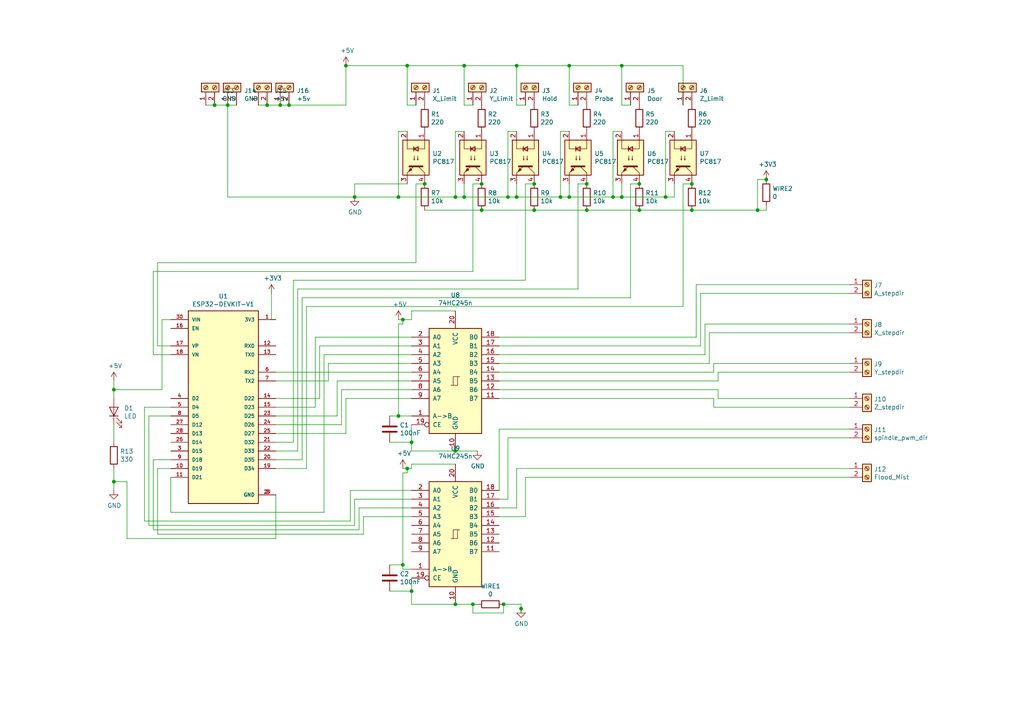
<source format=kicad_sch>
(kicad_sch (version 20230121) (generator eeschema)
  (paper "A4")
  (lib_symbols
    (symbol "ESP32-DEVKIT-V1:ESP32-DEVKIT-V1" (pin_names (offset 1.016))
      (property "Reference" "U" (at -10.16 30.48 0))
      (property "Value" "ESP32-DEVKIT-V1" (at -10.16 -30.48 0))
      (symbol "ESP32-DEVKIT-V1_0_0"
        (rectangle (start -10.16 -27.94) (end 10.16 27.94) (stroke (width 0.254)) (fill (type background)))
        (pin output line (at 15.24 25.4 180) (length 5.08) (name "3V3") (number "1"))
        (pin bidirectional line (at -15.24 -17.78 0) (length 5.08) (name "D19") (number "10"))
        (pin bidirectional line (at -15.24 -20.32 0) (length 5.08) (name "D21") (number "11"))
        (pin input line (at 15.24 17.78 180) (length 5.08) (name "RX0") (number "12"))
        (pin output line (at 15.24 15.24 180) (length 5.08) (name "TX0") (number "13"))
        (pin bidirectional line (at 15.24 2.54 180) (length 5.08) (name "D22") (number "14"))
        (pin bidirectional line (at 15.24 0 180) (length 5.08) (name "D23") (number "15"))
        (pin input line (at -15.24 22.86 0) (length 5.08) (name "EN") (number "16"))
        (pin bidirectional line (at -15.24 17.78 0) (length 5.08) (name "VP") (number "17"))
        (pin bidirectional line (at -15.24 15.24 0) (length 5.08) (name "VN") (number "18"))
        (pin bidirectional line (at 15.24 -17.78 180) (length 5.08) (name "D34") (number "19"))
        (pin power_in line (at 15.24 -25.4 180) (length 5.08) (name "GND") (number "2"))
        (pin bidirectional line (at 15.24 -15.24 180) (length 5.08) (name "D35") (number "20"))
        (pin bidirectional line (at 15.24 -10.16 180) (length 5.08) (name "D32") (number "21"))
        (pin bidirectional line (at 15.24 -12.7 180) (length 5.08) (name "D33") (number "22"))
        (pin bidirectional line (at 15.24 -2.54 180) (length 5.08) (name "D25") (number "23"))
        (pin bidirectional line (at 15.24 -5.08 180) (length 5.08) (name "D26") (number "24"))
        (pin bidirectional line (at 15.24 -7.62 180) (length 5.08) (name "D27") (number "25"))
        (pin bidirectional line (at -15.24 -10.16 0) (length 5.08) (name "D14") (number "26"))
        (pin bidirectional line (at -15.24 -5.08 0) (length 5.08) (name "D12") (number "27"))
        (pin bidirectional line (at -15.24 -7.62 0) (length 5.08) (name "D13") (number "28"))
        (pin power_in line (at 15.24 -25.4 180) (length 5.08) (name "GND") (number "29"))
        (pin bidirectional line (at -15.24 -12.7 0) (length 5.08) (name "D15") (number "3"))
        (pin input line (at -15.24 25.4 0) (length 5.08) (name "VIN") (number "30"))
        (pin bidirectional line (at -15.24 2.54 0) (length 5.08) (name "D2") (number "4"))
        (pin bidirectional line (at -15.24 0 0) (length 5.08) (name "D4") (number "5"))
        (pin input line (at 15.24 10.16 180) (length 5.08) (name "RX2") (number "6"))
        (pin output line (at 15.24 7.62 180) (length 5.08) (name "TX2") (number "7"))
        (pin bidirectional line (at -15.24 -2.54 0) (length 5.08) (name "D5") (number "8"))
        (pin bidirectional line (at -15.24 -15.24 0) (length 5.08) (name "D18") (number "9"))
      )
    )
    (symbol "fluidnc-bob-rescue:+3.3V-power" (power) (pin_names (offset 0))
      (property "Value" "+3.3V-power" (at 0 3.556 0))
      (symbol "+3.3V-power_0_1"
        (polyline (pts (xy -0.762 1.27) (xy 0 2.54)))
        (polyline (pts (xy 0 0) (xy 0 2.54)))
        (polyline (pts (xy 0 2.54) (xy 0.762 1.27)))
      )
      (symbol "+3.3V-power_1_1"
        (pin power_in line (at 0 0 90) (length 0) hide (name "+3V3") (number "1"))
      )
    )
    (symbol "fluidnc-bob-rescue:+5V-power" (power) (pin_names (offset 0))
      (property "Value" "+5V-power" (at 0 3.556 0))
      (symbol "+5V-power_0_1"
        (polyline (pts (xy -0.762 1.27) (xy 0 2.54)))
        (polyline (pts (xy 0 0) (xy 0 2.54)))
        (polyline (pts (xy 0 2.54) (xy 0.762 1.27)))
      )
      (symbol "+5V-power_1_1"
        (pin power_in line (at 0 0 90) (length 0) hide (name "+5V") (number "1"))
      )
    )
    (symbol "fluidnc-bob-rescue:74HC245-74xx" (pin_names (offset 1.016))
      (property "Reference" "U" (at -7.62 16.51 0))
      (property "Value" "74xx_74HC245" (at -7.62 -16.51 0))
      (symbol "74HC245-74xx_1_0"
        (polyline (pts (xy -0.635 -1.27) (xy -0.635 1.27) (xy 0.635 1.27)))
        (polyline (pts (xy -1.27 -1.27) (xy 0.635 -1.27) (xy 0.635 1.27) (xy 1.27 1.27)))
        (pin input line (at -12.7 -10.16 0) (length 5.08) (name "A->B") (number "1"))
        (pin power_in line (at 0 -20.32 90) (length 5.08) (name "GND") (number "10"))
        (pin tri_state line (at 12.7 -5.08 180) (length 5.08) (name "B7") (number "11"))
        (pin tri_state line (at 12.7 -2.54 180) (length 5.08) (name "B6") (number "12"))
        (pin tri_state line (at 12.7 0 180) (length 5.08) (name "B5") (number "13"))
        (pin tri_state line (at 12.7 2.54 180) (length 5.08) (name "B4") (number "14"))
        (pin tri_state line (at 12.7 5.08 180) (length 5.08) (name "B3") (number "15"))
        (pin tri_state line (at 12.7 7.62 180) (length 5.08) (name "B2") (number "16"))
        (pin tri_state line (at 12.7 10.16 180) (length 5.08) (name "B1") (number "17"))
        (pin tri_state line (at 12.7 12.7 180) (length 5.08) (name "B0") (number "18"))
        (pin input inverted (at -12.7 -12.7 0) (length 5.08) (name "CE") (number "19"))
        (pin tri_state line (at -12.7 12.7 0) (length 5.08) (name "A0") (number "2"))
        (pin power_in line (at 0 20.32 270) (length 5.08) (name "VCC") (number "20"))
        (pin tri_state line (at -12.7 10.16 0) (length 5.08) (name "A1") (number "3"))
        (pin tri_state line (at -12.7 7.62 0) (length 5.08) (name "A2") (number "4"))
        (pin tri_state line (at -12.7 5.08 0) (length 5.08) (name "A3") (number "5"))
        (pin tri_state line (at -12.7 2.54 0) (length 5.08) (name "A4") (number "6"))
        (pin tri_state line (at -12.7 0 0) (length 5.08) (name "A5") (number "7"))
        (pin tri_state line (at -12.7 -2.54 0) (length 5.08) (name "A6") (number "8"))
        (pin tri_state line (at -12.7 -5.08 0) (length 5.08) (name "A7") (number "9"))
      )
      (symbol "74HC245-74xx_1_1"
        (rectangle (start -7.62 15.24) (end 7.62 -15.24) (stroke (width 0.254)) (fill (type background)))
      )
    )
    (symbol "fluidnc-bob-rescue:C-Device" (pin_numbers hide) (pin_names (offset 0.254))
      (property "Reference" "C" (at 0.635 2.54 0))
      (property "Value" "Device_C" (at 0.635 -2.54 0))
      (symbol "C-Device_0_1"
        (polyline (pts (xy -2.032 -0.762) (xy 2.032 -0.762)) (stroke (width 0.508)))
        (polyline (pts (xy -2.032 0.762) (xy 2.032 0.762)) (stroke (width 0.508)))
      )
      (symbol "C-Device_1_1"
        (pin passive line (at 0 3.81 270) (length 2.794) (name "~") (number "1"))
        (pin passive line (at 0 -3.81 90) (length 2.794) (name "~") (number "2"))
      )
    )
    (symbol "fluidnc-bob-rescue:GND-power" (power) (pin_names (offset 0))
      (property "Value" "GND-power" (at 0 -3.81 0))
      (symbol "GND-power_0_1"
        (polyline (pts (xy 0 0) (xy 0 -1.27) (xy 1.27 -1.27) (xy 0 -2.54) (xy -1.27 -1.27) (xy 0 -1.27)))
      )
      (symbol "GND-power_1_1"
        (pin power_in line (at 0 0 270) (length 0) hide (name "GND") (number "1"))
      )
    )
    (symbol "fluidnc-bob-rescue:LED-Device" (pin_numbers hide) (pin_names (offset 1.016) hide)
      (property "Reference" "D" (at 0 2.54 0))
      (property "Value" "Device_LED" (at 0 -2.54 0))
      (symbol "LED-Device_0_1"
        (polyline (pts (xy -1.27 -1.27) (xy -1.27 1.27)) (stroke (width 0.2032)))
        (polyline (pts (xy -1.27 0) (xy 1.27 0)))
        (polyline (pts (xy 1.27 -1.27) (xy 1.27 1.27) (xy -1.27 0) (xy 1.27 -1.27)) (stroke (width 0.2032)))
        (polyline (pts (xy -3.048 -0.762) (xy -4.572 -2.286) (xy -3.81 -2.286) (xy -4.572 -2.286) (xy -4.572 -1.524)))
        (polyline (pts (xy -1.778 -0.762) (xy -3.302 -2.286) (xy -2.54 -2.286) (xy -3.302 -2.286) (xy -3.302 -1.524)))
      )
      (symbol "LED-Device_1_1"
        (pin passive line (at -3.81 0 0) (length 2.54) (name "K") (number "1"))
        (pin passive line (at 3.81 0 180) (length 2.54) (name "A") (number "2"))
      )
    )
    (symbol "fluidnc-bob-rescue:PC817-Isolator" (pin_names (offset 1.016))
      (property "Reference" "U" (at -5.08 5.08 0))
      (property "Value" "Isolator_PC817" (at 0 5.08 0))
      (symbol "PC817-Isolator_0_1"
        (rectangle (start -5.08 3.81) (end 5.08 -3.81) (stroke (width 0.254)) (fill (type background)))
        (polyline (pts (xy -3.175 -0.635) (xy -1.905 -0.635)) (stroke (width 0.254)))
        (polyline (pts (xy 2.54 0.635) (xy 4.445 2.54)))
        (polyline (pts (xy 4.445 -2.54) (xy 2.54 -0.635)) (fill (type outline)))
        (polyline (pts (xy 4.445 -2.54) (xy 5.08 -2.54)))
        (polyline (pts (xy 4.445 2.54) (xy 5.08 2.54)))
        (polyline (pts (xy -5.08 2.54) (xy -2.54 2.54) (xy -2.54 -0.635)))
        (polyline (pts (xy -2.54 -0.635) (xy -2.54 -2.54) (xy -5.08 -2.54)))
        (polyline (pts (xy 2.54 1.905) (xy 2.54 -1.905) (xy 2.54 -1.905)) (stroke (width 0.508)))
        (polyline (pts (xy -2.54 -0.635) (xy -3.175 0.635) (xy -1.905 0.635) (xy -2.54 -0.635)) (stroke (width 0.254)))
        (polyline (pts (xy -0.508 -0.508) (xy 0.762 -0.508) (xy 0.381 -0.635) (xy 0.381 -0.381) (xy 0.762 -0.508)))
        (polyline (pts (xy -0.508 0.508) (xy 0.762 0.508) (xy 0.381 0.381) (xy 0.381 0.635) (xy 0.762 0.508)))
        (polyline (pts (xy 3.048 -1.651) (xy 3.556 -1.143) (xy 4.064 -2.159) (xy 3.048 -1.651) (xy 3.048 -1.651)) (fill (type outline)))
      )
      (symbol "PC817-Isolator_1_1"
        (pin passive line (at -7.62 2.54 0) (length 2.54) (name "~") (number "1"))
        (pin passive line (at -7.62 -2.54 0) (length 2.54) (name "~") (number "2"))
        (pin passive line (at 7.62 -2.54 180) (length 2.54) (name "~") (number "3"))
        (pin passive line (at 7.62 2.54 180) (length 2.54) (name "~") (number "4"))
      )
    )
    (symbol "fluidnc-bob-rescue:R-Device" (pin_numbers hide) (pin_names (offset 0))
      (property "Reference" "R" (at 2.032 0 90))
      (property "Value" "Device_R" (at 0 0 90))
      (symbol "R-Device_0_1"
        (rectangle (start -1.016 -2.54) (end 1.016 2.54) (stroke (width 0.254)))
      )
      (symbol "R-Device_1_1"
        (pin passive line (at 0 3.81 270) (length 1.27) (name "~") (number "1"))
        (pin passive line (at 0 -3.81 90) (length 1.27) (name "~") (number "2"))
      )
    )
    (symbol "fluidnc-bob-rescue:Screw_Terminal_01x02-Connector" (pin_names (offset 1.016) hide)
      (property "Reference" "J" (at 0 2.54 0))
      (property "Value" "Connector_Screw_Terminal_01x02" (at 0 -5.08 0))
      (symbol "Screw_Terminal_01x02-Connector_1_1"
        (rectangle (start -1.27 1.27) (end 1.27 -3.81) (stroke (width 0.254)) (fill (type background)))
        (circle (center 0 -2.54) (radius 0.635) (stroke (width 0.1524)))
        (polyline (pts (xy -0.5334 -2.2098) (xy 0.3302 -3.048)) (stroke (width 0.1524)))
        (polyline (pts (xy -0.5334 0.3302) (xy 0.3302 -0.508)) (stroke (width 0.1524)))
        (polyline (pts (xy -0.3556 -2.032) (xy 0.508 -2.8702)) (stroke (width 0.1524)))
        (polyline (pts (xy -0.3556 0.508) (xy 0.508 -0.3302)) (stroke (width 0.1524)))
        (circle (center 0 0) (radius 0.635) (stroke (width 0.1524)))
        (pin passive line (at -5.08 0 0) (length 3.81) (name "Pin_1") (number "1"))
        (pin passive line (at -5.08 -2.54 0) (length 3.81) (name "Pin_2") (number "2"))
      )
    )
  )
  (junction (at 170.18 60.96))
  (junction (at 132.08 175.26))
  (junction (at 219.71 60.96))
  (junction (at 134.62 57.15))
  (junction (at 115.57 120.65))
  (junction (at 116.84 163.83))
  (junction (at 147.32 57.15))
  (junction (at 185.42 60.96))
  (junction (at 165.1 19.05))
  (junction (at 81.28 30.48))
  (junction (at 100.33 19.05))
  (junction (at 115.57 57.15))
  (junction (at 149.86 19.05))
  (junction (at 83.82 30.48))
  (junction (at 185.42 53.34))
  (junction (at 132.08 57.15))
  (junction (at 66.04 30.48))
  (junction (at 149.86 57.15))
  (junction (at 132.08 130.81))
  (junction (at 118.11 19.05))
  (junction (at 154.94 53.34))
  (junction (at 154.94 60.96))
  (junction (at 151.13 176.53))
  (junction (at 119.38 128.27))
  (junction (at 137.16 175.26))
  (junction (at 62.23 30.48))
  (junction (at 33.02 139.7))
  (junction (at 180.34 57.15))
  (junction (at 134.62 19.05))
  (junction (at 193.04 57.15))
  (junction (at 139.7 53.34))
  (junction (at 180.34 19.05))
  (junction (at 139.7 60.96))
  (junction (at 165.1 57.15))
  (junction (at 77.47 30.48))
  (junction (at 116.84 92.71))
  (junction (at 162.56 57.15))
  (junction (at 200.66 60.96))
  (junction (at 118.11 135.89))
  (junction (at 146.05 175.26))
  (junction (at 200.66 53.34))
  (junction (at 222.25 52.07))
  (junction (at 102.87 57.15))
  (junction (at 33.02 113.03))
  (junction (at 177.8 57.15))
  (junction (at 119.38 171.45))
  (junction (at 170.18 53.34))
  (junction (at 123.19 53.34))
  (wire (pts (xy 80.01 110.49) (xy 95.25 110.49)))
  (wire (pts (xy 116.84 93.98) (xy 116.84 92.71)))
  (wire (pts (xy 97.79 120.65) (xy 97.79 110.49)))
  (wire (pts (xy 78.74 92.71) (xy 80.01 92.71)))
  (wire (pts (xy 80.01 118.11) (xy 91.44 118.11)))
  (wire (pts (xy 120.65 53.34) (xy 120.65 76.2)))
  (wire (pts (xy 195.58 53.34) (xy 195.58 57.15)))
  (wire (pts (xy 88.9 135.89) (xy 80.01 135.89)))
  (wire (pts (xy 66.04 30.48) (xy 66.04 57.15)))
  (wire (pts (xy 44.45 78.74) (xy 44.45 102.87)))
  (wire (pts (xy 167.64 83.82) (xy 86.36 83.82)))
  (wire (pts (xy 154.94 53.34) (xy 152.4 53.34)))
  (wire (pts (xy 41.91 118.11) (xy 49.53 118.11)))
  (wire (pts (xy 119.38 100.33) (xy 92.71 100.33)))
  (wire (pts (xy 33.02 142.24) (xy 33.02 139.7)))
  (wire (pts (xy 49.53 148.59) (xy 93.98 148.59)))
  (wire (pts (xy 246.38 105.41) (xy 207.01 105.41)))
  (wire (pts (xy 165.1 19.05) (xy 180.34 19.05)))
  (wire (pts (xy 154.94 60.96) (xy 170.18 60.96)))
  (wire (pts (xy 222.25 52.07) (xy 219.71 52.07)))
  (wire (pts (xy 170.18 60.96) (xy 185.42 60.96)))
  (wire (pts (xy 246.38 115.57) (xy 208.28 115.57)))
  (wire (pts (xy 119.38 175.26) (xy 132.08 175.26)))
  (wire (pts (xy 246.38 93.98) (xy 204.47 93.98)))
  (wire (pts (xy 152.4 81.28) (xy 152.4 53.34)))
  (wire (pts (xy 208.28 115.57) (xy 208.28 113.03)))
  (wire (pts (xy 119.38 115.57) (xy 100.33 115.57)))
  (wire (pts (xy 146.05 175.26) (xy 151.13 175.26)))
  (wire (pts (xy 139.7 53.34) (xy 137.16 53.34)))
  (wire (pts (xy 222.25 60.96) (xy 222.25 59.69)))
  (wire (pts (xy 149.86 135.89) (xy 149.86 147.32)))
  (wire (pts (xy 116.84 137.16) (xy 118.11 137.16)))
  (wire (pts (xy 167.64 83.82) (xy 167.64 53.34)))
  (wire (pts (xy 246.38 127) (xy 147.32 127)))
  (wire (pts (xy 119.38 149.86) (xy 105.41 149.86)))
  (wire (pts (xy 205.74 96.52) (xy 205.74 105.41)))
  (wire (pts (xy 193.04 38.1) (xy 193.04 57.15)))
  (wire (pts (xy 92.71 115.57) (xy 92.71 100.33)))
  (wire (pts (xy 118.11 30.48) (xy 118.11 19.05)))
  (wire (pts (xy 134.62 19.05) (xy 149.86 19.05)))
  (wire (pts (xy 137.16 175.26) (xy 138.43 175.26)))
  (wire (pts (xy 137.16 30.48) (xy 134.62 30.48)))
  (wire (pts (xy 100.33 125.73) (xy 100.33 115.57)))
  (wire (pts (xy 208.28 107.95) (xy 208.28 110.49)))
  (wire (pts (xy 104.14 153.67) (xy 44.45 153.67)))
  (wire (pts (xy 118.11 135.89) (xy 119.38 135.89)))
  (wire (pts (xy 44.45 133.35) (xy 49.53 133.35)))
  (wire (pts (xy 115.57 57.15) (xy 102.87 57.15)))
  (wire (pts (xy 207.01 105.41) (xy 207.01 107.95)))
  (wire (pts (xy 198.12 88.9) (xy 198.12 53.34)))
  (wire (pts (xy 246.38 118.11) (xy 207.01 118.11)))
  (wire (pts (xy 132.08 38.1) (xy 132.08 57.15)))
  (wire (pts (xy 134.62 38.1) (xy 132.08 38.1)))
  (wire (pts (xy 132.08 57.15) (xy 115.57 57.15)))
  (wire (pts (xy 182.88 30.48) (xy 180.34 30.48)))
  (wire (pts (xy 165.1 38.1) (xy 162.56 38.1)))
  (wire (pts (xy 132.08 175.26) (xy 137.16 175.26)))
  (wire (pts (xy 116.84 163.83) (xy 116.84 137.16)))
  (wire (pts (xy 219.71 60.96) (xy 200.66 60.96)))
  (wire (pts (xy 91.44 118.11) (xy 91.44 97.79)))
  (wire (pts (xy 149.86 38.1) (xy 147.32 38.1)))
  (wire (pts (xy 147.32 127) (xy 147.32 144.78)))
  (wire (pts (xy 177.8 38.1) (xy 177.8 57.15)))
  (wire (pts (xy 198.12 19.05) (xy 198.12 30.48)))
  (wire (pts (xy 116.84 135.89) (xy 118.11 135.89)))
  (wire (pts (xy 36.83 156.21) (xy 36.83 139.7)))
  (wire (pts (xy 83.82 30.48) (xy 100.33 30.48)))
  (wire (pts (xy 115.57 38.1) (xy 115.57 57.15)))
  (wire (pts (xy 152.4 138.43) (xy 152.4 149.86)))
  (wire (pts (xy 222.25 60.96) (xy 219.71 60.96)))
  (wire (pts (xy 86.36 83.82) (xy 86.36 130.81)))
  (wire (pts (xy 246.38 85.09) (xy 203.2 85.09)))
  (wire (pts (xy 43.18 152.4) (xy 43.18 120.65)))
  (wire (pts (xy 170.18 53.34) (xy 167.64 53.34)))
  (wire (pts (xy 180.34 19.05) (xy 198.12 19.05)))
  (wire (pts (xy 182.88 86.36) (xy 87.63 86.36)))
  (wire (pts (xy 118.11 53.34) (xy 102.87 53.34)))
  (wire (pts (xy 204.47 93.98) (xy 204.47 102.87)))
  (wire (pts (xy 137.16 175.26) (xy 137.16 177.8)))
  (wire (pts (xy 77.47 30.48) (xy 81.28 30.48)))
  (wire (pts (xy 80.01 115.57) (xy 92.71 115.57)))
  (wire (pts (xy 137.16 53.34) (xy 137.16 78.74)))
  (wire (pts (xy 149.86 57.15) (xy 147.32 57.15)))
  (wire (pts (xy 139.7 60.96) (xy 154.94 60.96)))
  (wire (pts (xy 62.23 30.48) (xy 59.69 30.48)))
  (wire (pts (xy 152.4 149.86) (xy 144.78 149.86)))
  (wire (pts (xy 46.99 113.03) (xy 46.99 92.71)))
  (wire (pts (xy 118.11 19.05) (xy 134.62 19.05)))
  (wire (pts (xy 93.98 148.59) (xy 93.98 102.87)))
  (wire (pts (xy 119.38 120.65) (xy 115.57 120.65)))
  (wire (pts (xy 46.99 92.71) (xy 49.53 92.71)))
  (wire (pts (xy 149.86 53.34) (xy 149.86 57.15)))
  (wire (pts (xy 119.38 110.49) (xy 97.79 110.49)))
  (wire (pts (xy 74.93 30.48) (xy 77.47 30.48)))
  (wire (pts (xy 119.38 165.1) (xy 116.84 165.1)))
  (wire (pts (xy 205.74 105.41) (xy 144.78 105.41)))
  (wire (pts (xy 195.58 38.1) (xy 193.04 38.1)))
  (wire (pts (xy 119.38 171.45) (xy 119.38 175.26)))
  (wire (pts (xy 33.02 113.03) (xy 33.02 110.49)))
  (wire (pts (xy 165.1 53.34) (xy 165.1 57.15)))
  (wire (pts (xy 119.38 142.24) (xy 101.6 142.24)))
  (wire (pts (xy 80.01 120.65) (xy 97.79 120.65)))
  (wire (pts (xy 182.88 86.36) (xy 182.88 53.34)))
  (wire (pts (xy 105.41 154.94) (xy 45.72 154.94)))
  (wire (pts (xy 87.63 133.35) (xy 80.01 133.35)))
  (wire (pts (xy 113.03 128.27) (xy 119.38 128.27)))
  (wire (pts (xy 119.38 167.64) (xy 119.38 171.45)))
  (wire (pts (xy 88.9 88.9) (xy 88.9 135.89)))
  (wire (pts (xy 201.93 97.79) (xy 144.78 97.79)))
  (wire (pts (xy 246.38 96.52) (xy 205.74 96.52)))
  (wire (pts (xy 33.02 139.7) (xy 33.02 135.89)))
  (wire (pts (xy 66.04 57.15) (xy 102.87 57.15)))
  (wire (pts (xy 203.2 100.33) (xy 144.78 100.33)))
  (wire (pts (xy 147.32 144.78) (xy 144.78 144.78)))
  (wire (pts (xy 151.13 177.8) (xy 151.13 176.53)))
  (wire (pts (xy 102.87 152.4) (xy 43.18 152.4)))
  (wire (pts (xy 137.16 177.8) (xy 146.05 177.8)))
  (wire (pts (xy 152.4 30.48) (xy 149.86 30.48)))
  (wire (pts (xy 120.65 30.48) (xy 118.11 30.48)))
  (wire (pts (xy 246.38 82.55) (xy 201.93 82.55)))
  (wire (pts (xy 104.14 147.32) (xy 104.14 153.67)))
  (wire (pts (xy 180.34 30.48) (xy 180.34 19.05)))
  (wire (pts (xy 167.64 30.48) (xy 165.1 30.48)))
  (wire (pts (xy 88.9 88.9) (xy 198.12 88.9)))
  (wire (pts (xy 66.04 30.48) (xy 62.23 30.48)))
  (wire (pts (xy 149.86 147.32) (xy 144.78 147.32)))
  (wire (pts (xy 115.57 93.98) (xy 116.84 93.98)))
  (wire (pts (xy 246.38 135.89) (xy 149.86 135.89)))
  (wire (pts (xy 45.72 100.33) (xy 49.53 100.33)))
  (wire (pts (xy 81.28 30.48) (xy 83.82 30.48)))
  (wire (pts (xy 118.11 137.16) (xy 118.11 135.89)))
  (wire (pts (xy 203.2 85.09) (xy 203.2 100.33)))
  (wire (pts (xy 80.01 123.19) (xy 99.06 123.19)))
  (wire (pts (xy 101.6 151.13) (xy 41.91 151.13)))
  (wire (pts (xy 113.03 120.65) (xy 115.57 120.65)))
  (wire (pts (xy 132.08 130.81) (xy 138.43 130.81)))
  (wire (pts (xy 102.87 144.78) (xy 102.87 152.4)))
  (wire (pts (xy 80.01 107.95) (xy 119.38 107.95)))
  (wire (pts (xy 165.1 30.48) (xy 165.1 19.05)))
  (wire (pts (xy 33.02 115.57) (xy 33.02 113.03)))
  (wire (pts (xy 113.03 171.45) (xy 119.38 171.45)))
  (wire (pts (xy 115.57 92.71) (xy 116.84 92.71)))
  (wire (pts (xy 134.62 53.34) (xy 134.62 57.15)))
  (wire (pts (xy 246.38 138.43) (xy 152.4 138.43)))
  (wire (pts (xy 246.38 107.95) (xy 208.28 107.95)))
  (wire (pts (xy 208.28 110.49) (xy 144.78 110.49)))
  (wire (pts (xy 200.66 53.34) (xy 198.12 53.34)))
  (wire (pts (xy 119.38 128.27) (xy 119.38 130.81)))
  (wire (pts (xy 116.84 92.71) (xy 119.38 92.71)))
  (wire (pts (xy 146.05 177.8) (xy 146.05 175.26)))
  (wire (pts (xy 165.1 57.15) (xy 162.56 57.15)))
  (wire (pts (xy 207.01 107.95) (xy 144.78 107.95)))
  (wire (pts (xy 177.8 57.15) (xy 165.1 57.15)))
  (wire (pts (xy 86.36 130.81) (xy 80.01 130.81)))
  (wire (pts (xy 149.86 30.48) (xy 149.86 19.05)))
  (wire (pts (xy 33.02 113.03) (xy 46.99 113.03)))
  (wire (pts (xy 147.32 57.15) (xy 134.62 57.15)))
  (wire (pts (xy 119.38 144.78) (xy 102.87 144.78)))
  (wire (pts (xy 152.4 81.28) (xy 85.09 81.28)))
  (wire (pts (xy 44.45 78.74) (xy 137.16 78.74)))
  (wire (pts (xy 219.71 52.07) (xy 219.71 60.96)))
  (wire (pts (xy 246.38 124.46) (xy 144.78 124.46)))
  (wire (pts (xy 85.09 128.27) (xy 80.01 128.27)))
  (wire (pts (xy 105.41 149.86) (xy 105.41 154.94)))
  (wire (pts (xy 123.19 53.34) (xy 120.65 53.34)))
  (wire (pts (xy 119.38 113.03) (xy 99.06 113.03)))
  (wire (pts (xy 185.42 60.96) (xy 200.66 60.96)))
  (wire (pts (xy 119.38 123.19) (xy 119.38 128.27)))
  (wire (pts (xy 134.62 57.15) (xy 132.08 57.15)))
  (wire (pts (xy 201.93 82.55) (xy 201.93 97.79)))
  (wire (pts (xy 180.34 38.1) (xy 177.8 38.1)))
  (wire (pts (xy 44.45 102.87) (xy 49.53 102.87)))
  (wire (pts (xy 144.78 124.46) (xy 144.78 142.24)))
  (wire (pts (xy 207.01 118.11) (xy 207.01 115.57)))
  (wire (pts (xy 80.01 143.51) (xy 80.01 156.21)))
  (wire (pts (xy 115.57 120.65) (xy 115.57 93.98)))
  (wire (pts (xy 147.32 38.1) (xy 147.32 57.15)))
  (wire (pts (xy 100.33 19.05) (xy 118.11 19.05)))
  (wire (pts (xy 101.6 142.24) (xy 101.6 151.13)))
  (wire (pts (xy 207.01 115.57) (xy 144.78 115.57)))
  (wire (pts (xy 162.56 57.15) (xy 149.86 57.15)))
  (wire (pts (xy 99.06 123.19) (xy 99.06 113.03)))
  (wire (pts (xy 119.38 134.62) (xy 132.08 134.62)))
  (wire (pts (xy 45.72 76.2) (xy 45.72 100.33)))
  (wire (pts (xy 119.38 147.32) (xy 104.14 147.32)))
  (wire (pts (xy 180.34 57.15) (xy 177.8 57.15)))
  (wire (pts (xy 132.08 90.17) (xy 119.38 90.17)))
  (wire (pts (xy 119.38 105.41) (xy 95.25 105.41)))
  (wire (pts (xy 100.33 30.48) (xy 100.33 19.05)))
  (wire (pts (xy 68.58 30.48) (xy 66.04 30.48)))
  (wire (pts (xy 149.86 19.05) (xy 165.1 19.05)))
  (wire (pts (xy 80.01 125.73) (xy 100.33 125.73)))
  (wire (pts (xy 180.34 53.34) (xy 180.34 57.15)))
  (wire (pts (xy 45.72 154.94) (xy 45.72 135.89)))
  (wire (pts (xy 162.56 38.1) (xy 162.56 57.15)))
  (wire (pts (xy 118.11 38.1) (xy 115.57 38.1)))
  (wire (pts (xy 33.02 123.19) (xy 33.02 128.27)))
  (wire (pts (xy 193.04 57.15) (xy 180.34 57.15)))
  (wire (pts (xy 49.53 148.59) (xy 49.53 138.43)))
  (wire (pts (xy 41.91 151.13) (xy 41.91 118.11)))
  (wire (pts (xy 119.38 97.79) (xy 91.44 97.79)))
  (wire (pts (xy 119.38 102.87) (xy 93.98 102.87)))
  (wire (pts (xy 36.83 139.7) (xy 33.02 139.7)))
  (wire (pts (xy 120.65 76.2) (xy 45.72 76.2)))
  (wire (pts (xy 43.18 120.65) (xy 49.53 120.65)))
  (wire (pts (xy 119.38 135.89) (xy 119.38 134.62)))
  (wire (pts (xy 44.45 153.67) (xy 44.45 133.35)))
  (wire (pts (xy 95.25 110.49) (xy 95.25 105.41)))
  (wire (pts (xy 78.74 85.09) (xy 78.74 92.71)))
  (wire (pts (xy 45.72 135.89) (xy 49.53 135.89)))
  (wire (pts (xy 80.01 156.21) (xy 36.83 156.21)))
  (wire (pts (xy 208.28 113.03) (xy 144.78 113.03)))
  (wire (pts (xy 102.87 53.34) (xy 102.87 57.15)))
  (wire (pts (xy 185.42 53.34) (xy 182.88 53.34)))
  (wire (pts (xy 119.38 130.81) (xy 132.08 130.81)))
  (wire (pts (xy 116.84 165.1) (xy 116.84 163.83)))
  (wire (pts (xy 119.38 90.17) (xy 119.38 92.71)))
  (wire (pts (xy 85.09 81.28) (xy 85.09 128.27)))
  (wire (pts (xy 87.63 86.36) (xy 87.63 133.35)))
  (wire (pts (xy 195.58 57.15) (xy 193.04 57.15)))
  (wire (pts (xy 134.62 30.48) (xy 134.62 19.05)))
  (wire (pts (xy 123.19 60.96) (xy 139.7 60.96)))
  (wire (pts (xy 151.13 175.26) (xy 151.13 176.53)))
  (wire (pts (xy 113.03 163.83) (xy 116.84 163.83)))
  (wire (pts (xy 204.47 102.87) (xy 144.78 102.87)))
  (symbol (lib_id "fluidnc-bob-rescue:PC817-Isolator") (at 120.65 45.72 270) (unit 1)
    (property "Reference" "U2" (at 125.4252 44.5516 90) (effects (justify left)))
    (property "Value" "PC817" (at 125.4252 46.863 90) (effects (justify left)))
    (property "Footprint" "Package_DIP:DIP-4_W7.62mm" (effects hide))
    (property "Datasheet" "http://www.soselectronic.cz/a_info/resource/d/pc817.pdf" (effects hide))
  )
  (symbol (lib_id "fluidnc-bob-rescue:PC817-Isolator") (at 137.16 45.72 270) (unit 1)
    (property "Reference" "U3" (at 141.9352 44.5516 90) (effects (justify left)))
    (property "Value" "PC817" (at 141.9352 46.863 90) (effects (justify left)))
    (property "Footprint" "Package_DIP:DIP-4_W7.62mm" (effects hide))
    (property "Datasheet" "http://www.soselectronic.cz/a_info/resource/d/pc817.pdf" (effects hide))
  )
  (symbol (lib_id "fluidnc-bob-rescue:PC817-Isolator") (at 152.4 45.72 270) (unit 1)
    (property "Reference" "U4" (at 157.1752 44.5516 90) (effects (justify left)))
    (property "Value" "PC817" (at 157.1752 46.863 90) (effects (justify left)))
    (property "Footprint" "Package_DIP:DIP-4_W7.62mm" (effects hide))
    (property "Datasheet" "http://www.soselectronic.cz/a_info/resource/d/pc817.pdf" (effects hide))
  )
  (symbol (lib_id "fluidnc-bob-rescue:PC817-Isolator") (at 167.64 45.72 270) (unit 1)
    (property "Reference" "U5" (at 172.4152 44.5516 90) (effects (justify left)))
    (property "Value" "PC817" (at 172.4152 46.863 90) (effects (justify left)))
    (property "Footprint" "Package_DIP:DIP-4_W7.62mm" (effects hide))
    (property "Datasheet" "http://www.soselectronic.cz/a_info/resource/d/pc817.pdf" (effects hide))
  )
  (symbol (lib_id "fluidnc-bob-rescue:PC817-Isolator") (at 182.88 45.72 270) (unit 1)
    (property "Reference" "U6" (at 187.6552 44.5516 90) (effects (justify left)))
    (property "Value" "PC817" (at 187.6552 46.863 90) (effects (justify left)))
    (property "Footprint" "Package_DIP:DIP-4_W7.62mm" (effects hide))
    (property "Datasheet" "http://www.soselectronic.cz/a_info/resource/d/pc817.pdf" (effects hide))
  )
  (symbol (lib_id "fluidnc-bob-rescue:PC817-Isolator") (at 198.12 45.72 270) (unit 1)
    (property "Reference" "U7" (at 202.8952 44.5516 90) (effects (justify left)))
    (property "Value" "PC817" (at 202.8952 46.863 90) (effects (justify left)))
    (property "Footprint" "Package_DIP:DIP-4_W7.62mm" (effects hide))
    (property "Datasheet" "http://www.soselectronic.cz/a_info/resource/d/pc817.pdf" (effects hide))
  )
  (symbol (lib_id "fluidnc-bob-rescue:Screw_Terminal_01x02-Connector") (at 120.65 25.4 90) (unit 1)
    (property "Reference" "J1" (at 125.4252 26.3144 90) (effects (justify right)))
    (property "Value" "X_Limit" (at 125.4252 28.6258 90) (effects (justify right)))
    (property "Footprint" "TerminalBlock_MetzConnect:TerminalBlock_MetzConnect_Type073_RT02602HBLU_1x02_P5.08mm_Horizontal" (effects hide))
  )
  (symbol (lib_id "fluidnc-bob-rescue:Screw_Terminal_01x02-Connector") (at 137.16 25.4 90) (unit 1)
    (property "Reference" "J2" (at 141.9352 26.3144 90) (effects (justify right)))
    (property "Value" "Y_Limit" (at 141.9352 28.6258 90) (effects (justify right)))
    (property "Footprint" "TerminalBlock_MetzConnect:TerminalBlock_MetzConnect_Type073_RT02602HBLU_1x02_P5.08mm_Horizontal" (effects hide))
  )
  (symbol (lib_id "fluidnc-bob-rescue:Screw_Terminal_01x02-Connector") (at 152.4 25.4 90) (unit 1)
    (property "Reference" "J3" (at 157.1752 26.3144 90) (effects (justify right)))
    (property "Value" "Hold" (at 157.1752 28.6258 90) (effects (justify right)))
    (property "Footprint" "TerminalBlock_MetzConnect:TerminalBlock_MetzConnect_Type073_RT02602HBLU_1x02_P5.08mm_Horizontal" (effects hide))
  )
  (symbol (lib_id "fluidnc-bob-rescue:Screw_Terminal_01x02-Connector") (at 167.64 25.4 90) (unit 1)
    (property "Reference" "J4" (at 172.4152 26.3144 90) (effects (justify right)))
    (property "Value" "Probe" (at 172.4152 28.6258 90) (effects (justify right)))
    (property "Footprint" "TerminalBlock_MetzConnect:TerminalBlock_MetzConnect_Type073_RT02602HBLU_1x02_P5.08mm_Horizontal" (effects hide))
  )
  (symbol (lib_id "fluidnc-bob-rescue:Screw_Terminal_01x02-Connector") (at 182.88 25.4 90) (unit 1)
    (property "Reference" "J5" (at 187.6552 26.3144 90) (effects (justify right)))
    (property "Value" "Door" (at 187.6552 28.6258 90) (effects (justify right)))
    (property "Footprint" "TerminalBlock_MetzConnect:TerminalBlock_MetzConnect_Type073_RT02602HBLU_1x02_P5.08mm_Horizontal" (effects hide))
  )
  (symbol (lib_id "fluidnc-bob-rescue:Screw_Terminal_01x02-Connector") (at 198.12 25.4 90) (unit 1)
    (property "Reference" "J6" (at 202.8952 26.3144 90) (effects (justify right)))
    (property "Value" "Z_Limit" (at 202.8952 28.6258 90) (effects (justify right)))
    (property "Footprint" "TerminalBlock_MetzConnect:TerminalBlock_MetzConnect_Type073_RT02602HBLU_1x02_P5.08mm_Horizontal" (effects hide))
  )
  (symbol (lib_id "fluidnc-bob-rescue:GND-power") (at 102.87 57.15 0) (unit 1)
    (property "Reference" "#PWR0101" (effects hide))
    (property "Value" "GND" (at 102.997 61.5442 0))
  )
  (symbol (lib_id "fluidnc-bob-rescue:+5V-power") (at 100.33 19.05 0) (unit 1)
    (property "Reference" "#PWR0102" (effects hide))
    (property "Value" "+5V" (at 100.711 14.6558 0))
  )
  (symbol (lib_id "fluidnc-bob-rescue:+3.3V-power") (at 222.25 52.07 0) (unit 1)
    (property "Reference" "#PWR0103" (effects hide))
    (property "Value" "+3.3V" (at 222.631 47.6758 0))
  )
  (symbol (lib_id "fluidnc-bob-rescue:R-Device") (at 200.66 34.29 0) (unit 1)
    (property "Reference" "R6" (at 202.438 33.1216 0) (effects (justify left)))
    (property "Value" "220" (at 202.438 35.433 0) (effects (justify left)))
    (property "Footprint" "Resistor_THT:R_Axial_DIN0204_L3.6mm_D1.6mm_P7.62mm_Horizontal" (effects hide))
  )
  (symbol (lib_id "fluidnc-bob-rescue:R-Device") (at 185.42 34.29 0) (unit 1)
    (property "Reference" "R5" (at 187.198 33.1216 0) (effects (justify left)))
    (property "Value" "220" (at 187.198 35.433 0) (effects (justify left)))
    (property "Footprint" "Resistor_THT:R_Axial_DIN0204_L3.6mm_D1.6mm_P7.62mm_Horizontal" (effects hide))
  )
  (symbol (lib_id "fluidnc-bob-rescue:R-Device") (at 170.18 34.29 0) (unit 1)
    (property "Reference" "R4" (at 171.958 33.1216 0) (effects (justify left)))
    (property "Value" "220" (at 171.958 35.433 0) (effects (justify left)))
    (property "Footprint" "Resistor_THT:R_Axial_DIN0204_L3.6mm_D1.6mm_P7.62mm_Horizontal" (effects hide))
  )
  (symbol (lib_id "fluidnc-bob-rescue:R-Device") (at 154.94 34.29 0) (unit 1)
    (property "Reference" "R3" (at 156.718 33.1216 0) (effects (justify left)))
    (property "Value" "220" (at 156.718 35.433 0) (effects (justify left)))
    (property "Footprint" "Resistor_THT:R_Axial_DIN0204_L3.6mm_D1.6mm_P7.62mm_Horizontal" (effects hide))
  )
  (symbol (lib_id "fluidnc-bob-rescue:R-Device") (at 139.7 34.29 0) (unit 1)
    (property "Reference" "R2" (at 141.478 33.1216 0) (effects (justify left)))
    (property "Value" "220" (at 141.478 35.433 0) (effects (justify left)))
    (property "Footprint" "Resistor_THT:R_Axial_DIN0204_L3.6mm_D1.6mm_P7.62mm_Horizontal" (effects hide))
  )
  (symbol (lib_id "fluidnc-bob-rescue:R-Device") (at 123.19 34.29 0) (unit 1)
    (property "Reference" "R1" (at 124.968 33.1216 0) (effects (justify left)))
    (property "Value" "220" (at 124.968 35.433 0) (effects (justify left)))
    (property "Footprint" "Resistor_THT:R_Axial_DIN0204_L3.6mm_D1.6mm_P7.62mm_Horizontal" (effects hide))
  )
  (symbol (lib_id "fluidnc-bob-rescue:R-Device") (at 123.19 57.15 0) (unit 1)
    (property "Reference" "R7" (at 124.968 55.9816 0) (effects (justify left)))
    (property "Value" "10k" (at 124.968 58.293 0) (effects (justify left)))
    (property "Footprint" "Resistor_THT:R_Axial_DIN0204_L3.6mm_D1.6mm_P7.62mm_Horizontal" (effects hide))
  )
  (symbol (lib_id "fluidnc-bob-rescue:R-Device") (at 139.7 57.15 0) (unit 1)
    (property "Reference" "R8" (at 141.478 55.9816 0) (effects (justify left)))
    (property "Value" "10k" (at 141.478 58.293 0) (effects (justify left)))
    (property "Footprint" "Resistor_THT:R_Axial_DIN0204_L3.6mm_D1.6mm_P7.62mm_Horizontal" (effects hide))
  )
  (symbol (lib_id "fluidnc-bob-rescue:R-Device") (at 154.94 57.15 0) (unit 1)
    (property "Reference" "R9" (at 156.718 55.9816 0) (effects (justify left)))
    (property "Value" "10k" (at 156.718 58.293 0) (effects (justify left)))
    (property "Footprint" "Resistor_THT:R_Axial_DIN0204_L3.6mm_D1.6mm_P7.62mm_Horizontal" (effects hide))
  )
  (symbol (lib_id "fluidnc-bob-rescue:R-Device") (at 170.18 57.15 0) (unit 1)
    (property "Reference" "R10" (at 171.958 55.9816 0) (effects (justify left)))
    (property "Value" "10k" (at 171.958 58.293 0) (effects (justify left)))
    (property "Footprint" "Resistor_THT:R_Axial_DIN0204_L3.6mm_D1.6mm_P7.62mm_Horizontal" (effects hide))
  )
  (symbol (lib_id "fluidnc-bob-rescue:R-Device") (at 185.42 57.15 0) (unit 1)
    (property "Reference" "R11" (at 187.198 55.9816 0) (effects (justify left)))
    (property "Value" "10k" (at 187.198 58.293 0) (effects (justify left)))
    (property "Footprint" "Resistor_THT:R_Axial_DIN0204_L3.6mm_D1.6mm_P7.62mm_Horizontal" (effects hide))
  )
  (symbol (lib_id "fluidnc-bob-rescue:R-Device") (at 200.66 57.15 0) (unit 1)
    (property "Reference" "R12" (at 202.438 55.9816 0) (effects (justify left)))
    (property "Value" "10k" (at 202.438 58.293 0) (effects (justify left)))
    (property "Footprint" "Resistor_THT:R_Axial_DIN0204_L3.6mm_D1.6mm_P7.62mm_Horizontal" (effects hide))
  )
  (symbol (lib_id "fluidnc-bob-rescue:74HC245-74xx") (at 132.08 110.49 0) (unit 1)
    (property "Reference" "U8" (at 132.08 85.5726 0))
    (property "Value" "74HC245n" (at 132.08 87.884 0))
    (property "Footprint" "Package_DIP:DIP-20_W7.62mm_Socket_LongPads" (effects hide))
    (property "Datasheet" "http://www.ti.com/lit/gpn/sn74HC245" (effects hide))
  )
  (symbol (lib_id "fluidnc-bob-rescue:74HC245-74xx") (at 132.08 154.94 0) (unit 1)
    (property "Reference" "U9" (at 132.08 130.0226 0))
    (property "Value" "74HC245n" (at 132.08 132.334 0))
    (property "Footprint" "Package_DIP:DIP-20_W7.62mm_Socket_LongPads" (effects hide))
    (property "Datasheet" "http://www.ti.com/lit/gpn/sn74HC245" (effects hide))
  )
  (symbol (lib_id "fluidnc-bob-rescue:Screw_Terminal_01x02-Connector") (at 251.46 82.55 0) (unit 1)
    (property "Reference" "J7" (at 253.492 82.7532 0) (effects (justify left)))
    (property "Value" "A_stepdir" (at 253.492 85.0646 0) (effects (justify left)))
    (property "Footprint" "TerminalBlock_MetzConnect:TerminalBlock_MetzConnect_Type073_RT02602HBLU_1x02_P5.08mm_Horizontal" (effects hide))
  )
  (symbol (lib_id "fluidnc-bob-rescue:Screw_Terminal_01x02-Connector") (at 251.46 93.98 0) (unit 1)
    (property "Reference" "J8" (at 253.492 94.1832 0) (effects (justify left)))
    (property "Value" "X_stepdir" (at 253.492 96.4946 0) (effects (justify left)))
    (property "Footprint" "TerminalBlock_MetzConnect:TerminalBlock_MetzConnect_Type073_RT02602HBLU_1x02_P5.08mm_Horizontal" (effects hide))
  )
  (symbol (lib_id "fluidnc-bob-rescue:Screw_Terminal_01x02-Connector") (at 251.46 105.41 0) (unit 1)
    (property "Reference" "J9" (at 253.492 105.6132 0) (effects (justify left)))
    (property "Value" "Y_stepdir" (at 253.492 107.9246 0) (effects (justify left)))
    (property "Footprint" "TerminalBlock_MetzConnect:TerminalBlock_MetzConnect_Type073_RT02602HBLU_1x02_P5.08mm_Horizontal" (effects hide))
  )
  (symbol (lib_id "fluidnc-bob-rescue:Screw_Terminal_01x02-Connector") (at 251.46 115.57 0) (unit 1)
    (property "Reference" "J10" (at 253.492 115.7732 0) (effects (justify left)))
    (property "Value" "Z_stepdir" (at 253.492 118.0846 0) (effects (justify left)))
    (property "Footprint" "TerminalBlock_MetzConnect:TerminalBlock_MetzConnect_Type073_RT02602HBLU_1x02_P5.08mm_Horizontal" (effects hide))
  )
  (symbol (lib_id "fluidnc-bob-rescue:Screw_Terminal_01x02-Connector") (at 251.46 124.46 0) (unit 1)
    (property "Reference" "J11" (at 253.492 124.6632 0) (effects (justify left)))
    (property "Value" "spindle_pwm_dir" (at 253.492 126.9746 0) (effects (justify left)))
    (property "Footprint" "TerminalBlock_MetzConnect:TerminalBlock_MetzConnect_Type073_RT02602HBLU_1x02_P5.08mm_Horizontal" (effects hide))
  )
  (symbol (lib_id "fluidnc-bob-rescue:Screw_Terminal_01x02-Connector") (at 251.46 135.89 0) (unit 1)
    (property "Reference" "J12" (at 253.492 136.0932 0) (effects (justify left)))
    (property "Value" "Flood_Mist" (at 253.492 138.4046 0) (effects (justify left)))
    (property "Footprint" "TerminalBlock_MetzConnect:TerminalBlock_MetzConnect_Type073_RT02602HBLU_1x02_P5.08mm_Horizontal" (effects hide))
  )
  (symbol (lib_id "ESP32-DEVKIT-V1:ESP32-DEVKIT-V1") (at 64.77 118.11 0) (unit 1)
    (property "Reference" "U1" (at 64.77 85.9282 0))
    (property "Value" "ESP32-DEVKIT-V1" (at 64.77 88.2396 0))
    (property "Footprint" "MODULE_ESP32_DEVKIT_V1" (effects hide))
    (property "MAXIMUM_PACKAGE_HEIGHT" "6.8 mm" (effects hide))
    (property "STANDARD" "Manufacturer Recommendations" (effects hide))
    (property "PARTREV" "N/A" (effects hide))
    (property "MANUFACTURER" "DOIT" (effects hide))
  )
  (symbol (lib_id "fluidnc-bob-rescue:LED-Device") (at 33.02 119.38 90) (unit 1)
    (property "Reference" "D1" (at 35.9918 118.3894 90) (effects (justify right)))
    (property "Value" "LED" (at 35.9918 120.7008 90) (effects (justify right)))
    (property "Footprint" "LED_THT:LED_D5.0mm" (effects hide))
  )
  (symbol (lib_id "fluidnc-bob-rescue:R-Device") (at 33.02 132.08 0) (unit 1)
    (property "Reference" "R13" (at 34.798 130.9116 0) (effects (justify left)))
    (property "Value" "330" (at 34.798 133.223 0) (effects (justify left)))
    (property "Footprint" "Resistor_THT:R_Axial_DIN0204_L3.6mm_D1.6mm_P7.62mm_Horizontal" (effects hide))
  )
  (symbol (lib_id "fluidnc-bob-rescue:GND-power") (at 33.02 142.24 0) (unit 1)
    (property "Reference" "#PWR0104" (effects hide))
    (property "Value" "GND" (at 33.147 146.6342 0))
  )
  (symbol (lib_id "fluidnc-bob-rescue:+5V-power") (at 33.02 110.49 0) (unit 1)
    (property "Reference" "#PWR0105" (effects hide))
    (property "Value" "+5V" (at 33.401 106.0958 0))
  )
  (symbol (lib_id "fluidnc-bob-rescue:+5V-power") (at 115.57 92.71 0) (unit 1)
    (property "Reference" "#PWR0106" (effects hide))
    (property "Value" "+5V" (at 115.951 88.3158 0))
  )
  (symbol (lib_id "fluidnc-bob-rescue:+5V-power") (at 116.84 135.89 0) (unit 1)
    (property "Reference" "#PWR0107" (effects hide))
    (property "Value" "+5V" (at 117.221 131.4958 0))
  )
  (symbol (lib_id "fluidnc-bob-rescue:GND-power") (at 138.43 130.81 0) (unit 1)
    (property "Reference" "#PWR0108" (effects hide))
    (property "Value" "GND" (at 138.557 135.2042 0))
  )
  (symbol (lib_id "fluidnc-bob-rescue:GND-power") (at 151.13 176.53 0) (unit 1)
    (property "Reference" "#PWR0109" (effects hide))
    (property "Value" "GND" (at 151.257 180.9242 0))
  )
  (symbol (lib_id "fluidnc-bob-rescue:C-Device") (at 113.03 124.46 0) (unit 1)
    (property "Reference" "C1" (at 115.951 123.2916 0) (effects (justify left)))
    (property "Value" "100nF" (at 115.951 125.603 0) (effects (justify left)))
    (property "Footprint" "Capacitor_THT:C_Axial_L3.8mm_D2.6mm_P7.50mm_Horizontal" (effects hide))
  )
  (symbol (lib_id "fluidnc-bob-rescue:C-Device") (at 113.03 167.64 0) (unit 1)
    (property "Reference" "C2" (at 115.951 166.4716 0) (effects (justify left)))
    (property "Value" "100nF" (at 115.951 168.783 0) (effects (justify left)))
    (property "Footprint" "Capacitor_THT:C_Axial_L3.8mm_D2.6mm_P7.50mm_Horizontal" (effects hide))
  )
  (symbol (lib_id "fluidnc-bob-rescue:+3.3V-power") (at 78.74 85.09 0) (unit 1)
    (property "Reference" "#PWR0110" (effects hide))
    (property "Value" "+3.3V" (at 79.121 80.6958 0))
  )
  (symbol (lib_id "fluidnc-bob-rescue:R-Device") (at 142.24 175.26 90) (unit 1)
    (property "Reference" "WIRE1" (at 142.24 170.0022 90))
    (property "Value" "0" (at 142.24 172.3136 90))
    (property "Footprint" "Resistor_THT:R_Axial_DIN0207_L6.3mm_D2.5mm_P7.62mm_Horizontal" (effects hide))
  )
  (symbol (lib_id "fluidnc-bob-rescue:R-Device") (at 222.25 55.88 0) (unit 1)
    (property "Reference" "WIRE2" (at 224.028 54.7116 0) (effects (justify left)))
    (property "Value" "0" (at 224.028 57.023 0) (effects (justify left)))
    (property "Footprint" "Resistor_THT:R_Axial_DIN0207_L6.3mm_D2.5mm_P7.62mm_Horizontal" (effects hide))
  )
  (symbol (lib_id "fluidnc-bob-rescue:Screw_Terminal_01x02-Connector") (at 74.93 25.4 90) (unit 1)
    (property "Reference" "J15" (at 79.7052 26.3144 90) (effects (justify right)))
    (property "Value" "+5v" (at 79.7052 28.6258 90) (effects (justify right)))
    (property "Footprint" "TerminalBlock_MetzConnect:TerminalBlock_MetzConnect_Type073_RT02602HBLU_1x02_P5.08mm_Horizontal" (effects hide))
  )
  (symbol (lib_id "fluidnc-bob-rescue:Screw_Terminal_01x02-Connector") (at 66.04 25.4 90) (unit 1)
    (property "Reference" "J14" (at 70.8152 26.3144 90) (effects (justify right)))
    (property "Value" "GND" (at 70.8152 28.6258 90) (effects (justify right)))
    (property "Footprint" "TerminalBlock_MetzConnect:TerminalBlock_MetzConnect_Type073_RT02602HBLU_1x02_P5.08mm_Horizontal" (effects hide))
  )
  (symbol (lib_id "fluidnc-bob-rescue:Screw_Terminal_01x02-Connector") (at 81.28 25.4 90) (unit 1)
    (property "Reference" "J16" (at 86.0552 26.3144 90) (effects (justify right)))
    (property "Value" "+5v" (at 86.0552 28.6258 90) (effects (justify right)))
    (property "Footprint" "TerminalBlock_MetzConnect:TerminalBlock_MetzConnect_Type073_RT02602HBLU_1x02_P5.08mm_Horizontal" (effects hide))
  )
  (symbol (lib_id "fluidnc-bob-rescue:Screw_Terminal_01x02-Connector") (at 59.69 25.4 90) (unit 1)
    (property "Reference" "J13" (at 64.4652 26.3144 90) (effects (justify right)))
    (property "Value" "GND" (at 64.4652 28.6258 90) (effects (justify right)))
    (property "Footprint" "TerminalBlock_MetzConnect:TerminalBlock_MetzConnect_Type073_RT02602HBLU_1x02_P5.08mm_Horizontal" (effects hide))
  )
)
</source>
